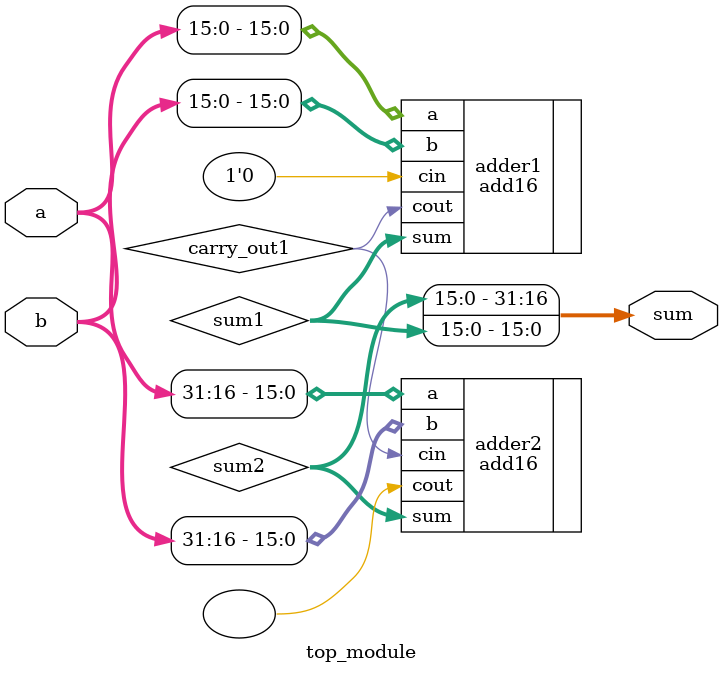
<source format=v>
module top_module(
    input [31:0] a,  // 32-bit input operand a
    input [31:0] b,  // 32-bit input operand b
    output [31:0] sum // 32-bit output sum
);

    wire [15:0] sum1;      // Lower 16-bit sum
    wire [15:0] sum2;      // Upper 16-bit sum
    wire carry_out1;       // Carry output from lower 16-bit addition

    // First 16-bit addition (lower half)
    add16 adder1 (
        .a(a[15:0]),      // Lower 16 bits of a
        .b(b[15:0]),      // Lower 16 bits of b
        .cin(1'b0),       // No carry-in for lower half
        .sum(sum1),       // Result of lower 16-bit addition
        .cout(carry_out1) // Carry-out from lower 16-bit addition
    );

    // Second 16-bit addition (upper half)
    add16 adder2 (
        .a(a[31:16]),     // Upper 16 bits of a
        .b(b[31:16]),     // Upper 16 bits of b
        .cin(carry_out1), // Carry-in from lower 16-bit addition
        .sum(sum2),       // Result of upper 16-bit addition
        .cout()           // Carry-out ignored
    );

    // Combine upper and lower 16-bit sums into final 32-bit sum
    assign sum = {sum2, sum1}; 

endmodule

</source>
